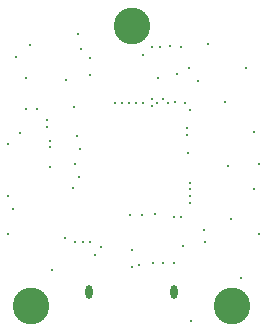
<source format=gbr>
%FSTAX25Y25*%
%MOIN*%
%SFA1B1*%

%IPPOS*%
%ADD84O,0.023622X0.045276*%
%ADD85C,0.122047*%
%ADD86C,0.122047*%
%ADD87C,0.122047*%
%ADD88C,0.008000*%
%ADD89C,0.012000*%
%LNdigit_pth_drill-1*%
%LPD*%
G54D84*
X0063287Y0016358D03*
X0035137D03*
G54D85*
X0049212Y0105118D03*
G54D86*
X0015748Y001181D03*
G54D87*
X0082677Y001181D03*
G54D88*
X0055905Y008061D03*
X0053149Y0079527D03*
X0056049Y0078523D03*
X0050787Y0079527D03*
X00581Y0087795D03*
X0048425Y0079527D03*
X0057874D03*
X0061417D03*
X004872Y0042027D03*
X0052657Y0042126D03*
X0056889Y0042322D03*
X0037007Y0028697D03*
X00298Y0051193D03*
X0017571Y0077328D03*
X00562Y00981D03*
X00645Y00891D03*
X00737Y00332D03*
X00082Y00357D03*
X00531Y00954D03*
X00683Y0091D03*
X00353Y0094488D03*
X0032283Y00973D03*
X00108Y00949D03*
X0033Y00331D03*
X00304D03*
X00354D03*
X0068925Y0006625D03*
X00299Y0078D03*
X00354Y00887D03*
X00391Y0031416D03*
X0062204Y00983D03*
X0058661Y0098155D03*
X0065748Y0098148D03*
X00081Y0065748D03*
X00079Y0048275D03*
X00155Y00986D03*
X00273Y00871D03*
X00748Y00991D03*
X00715Y00869D03*
X00814Y0058439D03*
X00804Y0079704D03*
X00899Y00697D03*
X009Y00507D03*
X00825Y00406D03*
X0049212Y00303D03*
X0063287Y0026D03*
X00598D03*
X00272Y00345D03*
X00121Y00695D03*
X00141Y00774D03*
Y00879D03*
X00226Y00239D03*
X0031462Y0102362D03*
X00875Y0091141D03*
X008582Y00212D03*
X0032Y00641D03*
X00318Y0054724D03*
X00097Y00441D03*
X0049212Y00246D03*
X00518Y00254D03*
X00209Y00737D03*
Y00715D03*
X0059645Y0080807D03*
X0022037Y0057937D03*
X0066389Y0031889D03*
X00563Y0026D03*
X00682Y00627D03*
X00221Y00667D03*
Y00647D03*
X00437Y00794D03*
X00461D03*
X00678Y00686D03*
X00686Y00462D03*
Y0048425D03*
Y00506D03*
Y0052845D03*
X00678Y00712D03*
X0031Y00685D03*
X00686Y0077D03*
X00669Y00795D03*
X00636Y00796D03*
X0063287Y0041338D03*
X0065748D03*
X0030315Y0059055D03*
G54D89*
X0091732Y00592D03*
X0073228Y0037D03*
X0091732Y0035632D03*
M02*
</source>
